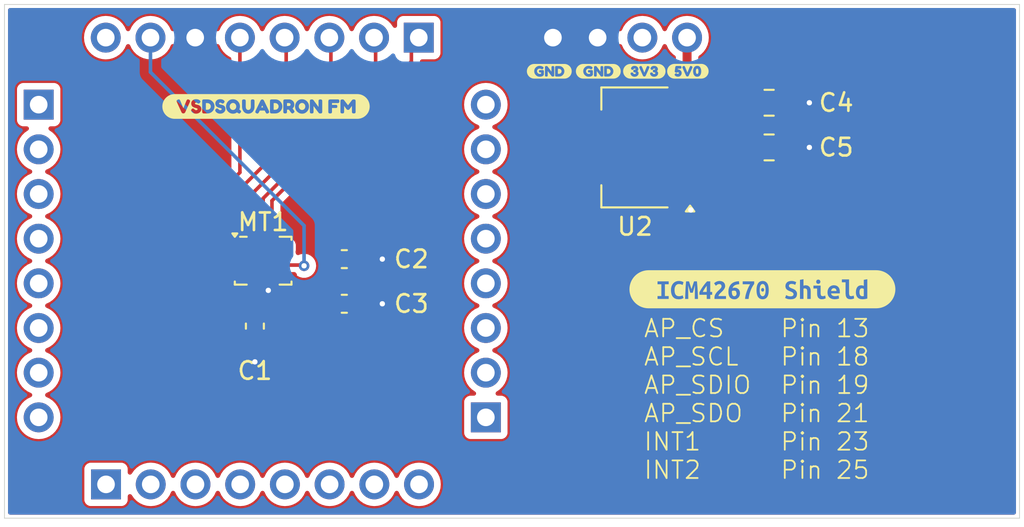
<source format=kicad_pcb>
(kicad_pcb (version 20240108) (generator "pcbnew") (generator_version "8.0")
  (layers (0 "F.Cu" signal) (31 "B.Cu" signal) (34 "B.Paste" user) (35 "F.Paste" user) (36 "B.SilkS" user "B.Silkscreen") (37 "F.SilkS" user "F.Silkscreen") (38 "B.Mask" user) (39 "F.Mask" user) (44 "Edge.Cuts" user))
  (net 0 "")
  (net 1 "+3.3V")
  (net 2 "GND")
  (net 3 "+5V")
  (net 5 "/INT2")
  (net 6 "/AP_SCL")
  (net 9 "/AP_SDO")
  (net 10 "/AP_SDIO")
  (net 12 "/INT1")
  (net 13 "/AP_CS")
  (footprint "kibuzzard-6785218C" (layer "F.Cu") (at 158.369 77.9145)
    (property "Reference" "kibuzzard-6785218C" (hide yes))
    (property "Value" "G***" (hide yes))
  )
  (footprint "Capacitor_SMD:C_0603_1608Metric_Pad1.08x0.95mm_HandSolder" (layer "F.Cu") (at 134.62 76.2)
    (property "Reference" "C2" (at 3.81 0 0) (layer "F.SilkS"))
    (property "Value" "0.1uF")
    (pad "1" smd roundrect (at -0.8625 0) (size 1.075 0.95) (layers "F.Cu" "F.Paste" "F.Mask") (net 1 "+3.3V"))
    (pad "2" smd roundrect (at 0.8625 0) (size 1.075 0.95) (layers "F.Cu" "F.Paste" "F.Mask") (net 2 "GND"))
  )
  (footprint "Capacitor_SMD:C_0805_2012Metric_Pad1.18x1.45mm_HandSolder" (layer "F.Cu") (at 158.75 67.31)
    (property "Reference" "C4" (at 3.81 0 0) (layer "F.SilkS"))
    (property "Value" "10uF")
    (pad "1" smd roundrect (at -1.0375 0) (size 1.175 1.45) (layers "F.Cu" "F.Paste" "F.Mask") (roundrect_rratio 0.212766) (net 3 "+5V"))
    (pad "2" smd roundrect (at 1.0375 0) (size 1.175 1.45) (layers "F.Cu" "F.Paste" "F.Mask") (roundrect_rratio 0.212766) (net 2 "GND"))
  )
  (footprint "Package_LGA:LGA-14_3x2.5mm_P0.5mm_LayoutBorder3x4y" (layer "F.Cu") (at 130.010264 76.289764)
    (property "Reference" "MT1" (at 0 -2.2 0) (layer "F.SilkS"))
    (property "Value" "ICM-42670-P")
    (pad "1" smd roundrect (at -1.1625 -0.75) (size 0.625 0.35) (layers "F.Cu" "F.Paste" "F.Mask") (net 9 "/AP_SDO"))
    (pad "2" smd roundrect (at -1.1625 -0.25) (size 0.625 0.35) (layers "F.Cu" "F.Paste" "F.Mask"))
    (pad "3" smd roundrect (at -1.1625 0.25) (size 0.625 0.35) (layers "F.Cu" "F.Paste" "F.Mask"))
    (pad "4" smd roundrect (at -1.1625 0.75) (size 0.625 0.35) (layers "F.Cu" "F.Paste" "F.Mask") (net 12 "/INT1"))
    (pad "5" smd roundrect (at -0.5 0.9125) (size 0.35 0.625) (layers "F.Cu" "F.Paste" "F.Mask") (net 1 "+3.3V"))
    (pad "6" smd roundrect (at 0 0.9125) (size 0.35 0.625) (layers "F.Cu" "F.Paste" "F.Mask") (net 2 "GND"))
    (pad "7" smd roundrect (at 0.5 0.9125) (size 0.35 0.625) (layers "F.Cu" "F.Paste" "F.Mask") (net 2 "GND"))
    (pad "8" smd roundrect (at 1.1625 0.75) (size 0.625 0.35) (layers "F.Cu" "F.Paste" "F.Mask") (net 1 "+3.3V"))
    (pad "9" smd roundrect (at 1.1625 0.25) (size 0.625 0.35) (layers "F.Cu" "F.Paste" "F.Mask") (net 5 "/INT2"))
    (pad "10" smd roundrect (at 1.1625 -0.25) (size 0.625 0.35) (layers "F.Cu" "F.Paste" "F.Mask"))
    (pad "11" smd roundrect (at 1.1625 -0.75) (size 0.625 0.35) (layers "F.Cu" "F.Paste" "F.Mask"))
    (pad "12" smd roundrect (at 0.5 -0.9125) (size 0.35 0.625) (layers "F.Cu" "F.Paste" "F.Mask") (net 13 "/AP_CS"))
    (pad "13" smd roundrect (at 0 -0.9125) (size 0.35 0.625) (layers "F.Cu" "F.Paste" "F.Mask") (net 6 "/AP_SCL"))
    (pad "14" smd roundrect (at -0.5 -0.9125) (size 0.35 0.625) (layers "F.Cu" "F.Paste" "F.Mask") (net 10 "/AP_SDIO"))
  )
  (footprint "Capacitor_SMD:C_0603_1608Metric_Pad1.08x0.95mm_HandSolder" (layer "F.Cu") (at 134.62 78.74)
    (property "Reference" "C3" (at 3.81 0 0) (layer "F.SilkS"))
    (property "Value" "2.2uF")
    (pad "1" smd roundrect (at -0.8625 0) (size 1.075 0.95) (layers "F.Cu" "F.Paste" "F.Mask") (net 1 "+3.3V"))
    (pad "2" smd roundrect (at 0.8625 0) (size 1.075 0.95) (layers "F.Cu" "F.Paste" "F.Mask") (net 2 "GND"))
  )
  (footprint "Capacitor_SMD:C_0603_1608Metric_Pad1.08x0.95mm_HandSolder" (layer "F.Cu") (at 129.54 80.01 -90)
    (property "Reference" "C1" (at 2.54 0 180) (layer "F.SilkS"))
    (property "Value" "10nF")
    (pad "1" smd roundrect (at -0.8625 0 270) (size 1.075 0.95) (layers "F.Cu" "F.Paste" "F.Mask") (net 1 "+3.3V"))
    (pad "2" smd roundrect (at 0.8625 0 270) (size 1.075 0.95) (layers "F.Cu" "F.Paste" "F.Mask") (net 2 "GND"))
  )
  (footprint "Package_TO_SOT_SMD:SOT-223-3_TabPin2" (layer "F.Cu") (at 151.13 69.85 180)
    (property "Reference" "U2" (at 0 -4.5 0) (layer "F.SilkS"))
    (property "Value" "AMS1117-3.3")
    (pad "1" smd roundrect (at -3.15 -2.3 180) (size 2 1.5) (layers "F.Cu" "F.Paste" "F.Mask") (net 2 "GND"))
    (pad "2" smd roundrect (at -3.15 0 180) (size 2 1.5) (layers "F.Cu" "F.Paste" "F.Mask") (net 1 "+3.3V"))
    (pad "2" smd roundrect (at 3.15 0 180) (size 2 3.8) (layers "F.Cu" "F.Paste" "F.Mask") (net 1 "+3.3V"))
    (pad "3" smd roundrect (at -3.15 2.3 180) (size 2 1.5) (layers "F.Cu" "F.Paste" "F.Mask") (net 3 "+5V"))
  )
  (footprint "VSDsquadron_FM:VSDSquadron_FM" (layer "F.Cu") (at 130.010264 76.289764)
    (property "Reference" "U1" (hide yes))
    (property "Value" "VSDSquadron FM" (hide yes))
    (pad "1" thru_hole rect (at -8.925764 12.718236 90) (size 1.7 1.7) (drill 1) (layers "*.Cu" "*.Mask"))
    (pad "2" thru_hole oval (at -6.385764 12.718236 90) (size 1.7 1.7) (drill 1) (layers "*.Cu" "*.Mask"))
    (pad "3" thru_hole oval (at -3.845764 12.718236 90) (size 1.7 1.7) (drill 1) (layers "*.Cu" "*.Mask"))
    (pad "4" thru_hole oval (at -1.305764 12.718236 90) (size 1.7 1.7) (drill 1) (layers "*.Cu" "*.Mask"))
    (pad "5" thru_hole oval (at 1.234236 12.718236 90) (size 1.7 1.7) (drill 1) (layers "*.Cu" "*.Mask"))
    (pad "6" thru_hole oval (at 3.774236 12.718236 90) (size 1.7 1.7) (drill 1) (layers "*.Cu" "*.Mask"))
    (pad "7" thru_hole oval (at 6.314236 12.718236 90) (size 1.7 1.7) (drill 1) (layers "*.Cu" "*.Mask"))
    (pad "8" thru_hole oval (at 8.854236 12.718236 90) (size 1.7 1.7) (drill 1) (layers "*.Cu" "*.Mask"))
    (pad "9" thru_hole rect (at 12.649236 8.908236 180) (size 1.7 1.7) (drill 1) (layers "*.Cu" "*.Mask"))
    (pad "10" thru_hole oval (at 12.649236 6.368236 180) (size 1.7 1.7) (drill 1) (layers "*.Cu" "*.Mask"))
    (pad "11" thru_hole oval (at 12.649236 3.828236 180) (size 1.7 1.7) (drill 1) (layers "*.Cu" "*.Mask"))
    (pad "12" thru_hole oval (at 12.649236 1.288236 180) (size 1.7 1.7) (drill 1) (layers "*.Cu" "*.Mask"))
    (pad "13" thru_hole oval (at 12.649236 -1.251764 180) (size 1.7 1.7) (drill 1) (layers "*.Cu" "*.Mask"))
    (pad "14" thru_hole oval (at 12.649236 -3.791764 180) (size 1.7 1.7) (drill 1) (layers "*.Cu" "*.Mask"))
    (pad "15" thru_hole oval (at 12.649236 -6.331764 180) (size 1.7 1.7) (drill 1) (layers "*.Cu" "*.Mask"))
    (pad "16" thru_hole oval (at 12.649236 -8.871764 180) (size 1.7 1.7) (drill 1) (layers "*.Cu" "*.Mask"))
    (pad "17" thru_hole rect (at 8.839236 -12.681764 270) (size 1.7 1.7) (drill 1) (layers "*.Cu" "*.Mask") (net 13 "/AP_CS"))
    (pad "18" thru_hole oval (at 6.299236 -12.681764 270) (size 1.7 1.7) (drill 1) (layers "*.Cu" "*.Mask") (net 6 "/AP_SCL"))
    (pad "19" thru_hole oval (at 3.759236 -12.681764 270) (size 1.7 1.7) (drill 1) (layers "*.Cu" "*.Mask") (net 10 "/AP_SDIO"))
    (pad "20" thru_hole oval (at 1.219236 -12.681764 270) (size 1.7 1.7) (drill 1) (layers "*.Cu" "*.Mask") (net 9 "/AP_SDO"))
    (pad "21" thru_hole oval (at -1.320764 -12.681764 270) (size 1.7 1.7) (drill 1) (layers "*.Cu" "*.Mask") (net 12 "/INT1"))
    (pad "22" thru_hole oval (at -3.860764 -12.681764 270) (size 1.7 1.7) (drill 1) (layers "*.Cu" "*.Mask") (net 2 "GND"))
    (pad "23" thru_hole oval (at -6.400764 -12.681764 270) (size 1.7 1.7) (drill 1) (layers "*.Cu" "*.Mask") (net 5 "/INT2"))
    (pad "24" thru_hole oval (at -8.940764 -12.681764 270) (size 1.7 1.7) (drill 1) (layers "*.Cu" "*.Mask"))
    (pad "25" thru_hole rect (at -12.750764 -8.871764) (size 1.7 1.7) (drill 1) (layers "*.Cu" "*.Mask"))
    (pad "26" thru_hole oval (at -12.750764 -6.331764) (size 1.7 1.7) (drill 1) (layers "*.Cu" "*.Mask"))
    (pad "27" thru_hole oval (at -12.750764 -3.791764) (size 1.7 1.7) (drill 1) (layers "*.Cu" "*.Mask"))
    (pad "28" thru_hole oval (at -12.750764 -1.251764) (size 1.7 1.7) (drill 1) (layers "*.Cu" "*.Mask"))
    (pad "29" thru_hole oval (at -12.750764 1.288236) (size 1.7 1.7) (drill 1) (layers "*.Cu" "*.Mask"))
    (pad "30" thru_hole oval (at -12.750764 3.828236) (size 1.7 1.7) (drill 1) (layers "*.Cu" "*.Mask"))
    (pad "31" thru_hole oval (at -12.750764 6.368236) (size 1.7 1.7) (drill 1) (layers "*.Cu" "*.Mask"))
    (pad "32" thru_hole oval (at -12.750764 8.908236) (size 1.7 1.7) (drill 1) (layers "*.Cu" "*.Mask"))
    (pad "33" thru_hole rect (at 16.459236 -12.681764 90) (size 1.7 1.7) (drill 1) (layers "*.Cu" "*.Mask") (net 2 "GND"))
    (pad "34" thru_hole oval (at 18.999236 -12.681764 90) (size 1.7 1.7) (drill 1) (layers "*.Cu" "*.Mask") (net 2 "GND"))
    (pad "35" thru_hole oval (at 21.539236 -12.681764 90) (size 1.7 1.7) (drill 1) (layers "*.Cu" "*.Mask"))
    (pad "36" thru_hole oval (at 24.079236 -12.681764 90) (size 1.7 1.7) (drill 1) (layers "*.Cu" "*.Mask") (net 3 "+5V"))
  )
  (footprint "Capacitor_SMD:C_0805_2012Metric_Pad1.18x1.45mm_HandSolder" (layer "F.Cu") (at 158.75 69.85)
    (property "Reference" "C5" (at 3.81 0 0) (layer "F.SilkS"))
    (property "Value" "22uF")
    (pad "1" smd roundrect (at -1.0375 0) (size 1.175 1.45) (layers "F.Cu" "F.Paste" "F.Mask") (roundrect_rratio 0.212766) (net 1 "+3.3V"))
    (pad "2" smd roundrect (at 1.0375 0) (size 1.175 1.45) (layers "F.Cu" "F.Paste" "F.Mask") (roundrect_rratio 0.212766) (net 2 "GND"))
  )
  (gr_line (start 172.974 90.932) (end 115.316 90.932) (stroke (width 0.05)) (layer "Edge.Cuts"))
  (gr_line (start 172.974 61.722) (end 172.974 90.932) (stroke (width 0.05)) (layer "Edge.Cuts"))
  (gr_line (start 115.316 90.932) (end 115.316 61.722) (stroke (width 0.05)) (layer "Edge.Cuts"))
  (gr_line (start 115.316 61.722) (end 172.974 61.722) (stroke (width 0.05)) (layer "Edge.Cuts"))
  (gr_text "AP_CS	Pin 13\nAP_SCL	Pin 18\nAP_SDIO	Pin 19\nAP_SDO	Pin 21\nINT1	Pin 23\nINT2	Pin 25" (at 151.5745 88.773 0) (layer "F.SilkS") (effects (font (size 1 1) (thickness 0.1)) (justify left bottom)))
  (segment (start 129.510264 77.202264) (end 129.510264 77.694264) (width 0.2032) (layer "F.Cu") (net 1))
  (segment (start 131.776764 77.039764) (end 131.826 77.089) (width 0.2032) (layer "F.Cu") (net 1))
  (segment (start 131.172764 77.039764) (end 131.776764 77.039764) (width 0.2032) (layer "F.Cu") (net 1))
  (segment (start 129.54 77.724) (end 129.510264 77.694264) (width 0.2032) (layer "F.Cu") (net 1))
  (segment (start 135.4825 76.2) (end 136.779 76.2) (width 0.2032) (layer "F.Cu") (net 2))
  (segment (start 130.302 77.978) (end 130.010264 77.686264) (width 0.2032) (layer "F.Cu") (net 2))
  (segment (start 135.4825 78.74) (end 136.779 78.74) (width 0.2032) (layer "F.Cu") (net 2))
  (segment (start 130.302 77.978) (end 130.510264 77.769736) (width 0.2032) (layer "F.Cu") (net 2))
  (segment (start 129.54 80.8725) (end 129.54 82.042) (width 0.2032) (layer "F.Cu") (net 2))
  (segment (start 130.510264 77.769736) (end 130.510264 77.202264) (width 0.2032) (layer "F.Cu") (net 2))
  (segment (start 154.28 73.381) (end 154.305 73.406) (width 0.4064) (layer "F.Cu") (net 2))
  (segment (start 154.28 72.15) (end 154.28 73.381) (width 0.4064) (layer "F.Cu") (net 2))
  (segment (start 159.7875 69.85) (end 161.036 69.85) (width 0.4064) (layer "F.Cu") (net 2))
  (segment (start 130.010264 77.686264) (end 130.010264 77.202264) (width 0.2032) (layer "F.Cu") (net 2))
  (segment (start 159.7875 67.31) (end 161.036 67.31) (width 0.4064) (layer "F.Cu") (net 2))
  (via (at 161.036 67.31) (size 0.6) (drill 0.3) (layers "F.Cu" "B.Cu") (net 2))
  (via (at 154.305 73.406) (size 0.6) (drill 0.3) (layers "F.Cu" "B.Cu") (net 2))
  (via (at 161.036 69.85) (size 0.6) (drill 0.3) (layers "F.Cu" "B.Cu") (net 2))
  (via (at 136.779 76.2) (size 0.6) (drill 0.3) (layers "F.Cu" "B.Cu") (net 2))
  (via (at 130.302 77.978) (size 0.6) (drill 0.3) (layers "F.Cu" "B.Cu") (net 2))
  (via (at 136.779 78.74) (size 0.6) (drill 0.3) (layers "F.Cu" "B.Cu") (net 2))
  (via (at 129.54 82.042) (size 0.6) (drill 0.3) (layers "F.Cu" "B.Cu") (net 2))
  (segment (start 157.7125 67.31) (end 154.52 67.31) (width 0.508) (layer "F.Cu") (net 3))
  (segment (start 154.0895 67.3595) (end 154.28 67.55) (width 0.508) (layer "F.Cu") (net 3))
  (segment (start 154.0895 63.608) (end 154.0895 67.3595) (width 0.508) (layer "F.Cu") (net 3))
  (segment (start 154.52 67.31) (end 154.28 67.55) (width 0.508) (layer "F.Cu") (net 3))
  (segment (start 132.292764 76.539764) (end 132.334 76.581) (width 0.2032) (layer "F.Cu") (net 5))
  (segment (start 131.172764 76.539764) (end 132.292764 76.539764) (width 0.2032) (layer "F.Cu") (net 5))
  (via (at 132.334 76.581) (size 0.6) (drill 0.3) (layers "F.Cu" "B.Cu") (net 5))
  (segment (start 132.334 74.295) (end 123.6095 65.5705) (width 0.2032) (layer "B.Cu") (net 5))
  (segment (start 132.334 76.581) (end 132.334 74.295) (width 0.2032) (layer "B.Cu") (net 5))
  (segment (start 123.6095 65.5705) (end 123.6095 63.608) (width 0.2032) (layer "B.Cu") (net 5))
  (segment (start 136.398 63.6965) (end 136.3095 63.608) (width 0.2032) (layer "F.Cu") (net 6))
  (segment (start 136.398 66.3575) (end 136.398 63.6965) (width 0.2032) (layer "F.Cu") (net 6))
  (segment (start 130.010264 72.745236) (end 136.398 66.3575) (width 0.2032) (layer "F.Cu") (net 6))
  (segment (start 130.010264 75.377264) (end 130.010264 72.745236) (width 0.2032) (layer "F.Cu") (net 6))
  (segment (start 131.318 69.596) (end 131.318 63.6965) (width 0.2032) (layer "F.Cu") (net 9))
  (segment (start 128.847764 72.066236) (end 131.318 69.596) (width 0.2032) (layer "F.Cu") (net 9))
  (segment (start 131.318 63.6965) (end 131.2295 63.608) (width 0.2032) (layer "F.Cu") (net 9))
  (segment (start 128.847764 75.539764) (end 128.847764 72.066236) (width 0.2032) (layer "F.Cu") (net 9))
  (segment (start 133.858 68.0085) (end 133.858 63.6965) (width 0.2032) (layer "F.Cu") (net 10))
  (segment (start 129.510264 75.377264) (end 129.510264 72.356236) (width 0.2032) (layer "F.Cu") (net 10))
  (segment (start 129.510264 72.356236) (end 133.858 68.0085) (width 0.2032) (layer "F.Cu") (net 10))
  (segment (start 133.858 63.6965) (end 133.7695 63.608) (width 0.2032) (layer "F.Cu") (net 10))
  (segment (start 128.847764 77.039764) (end 127.839764 77.039764) (width 0.2032) (layer "F.Cu") (net 12))
  (segment (start 127.839764 77.039764) (end 127.508 76.708) (width 0.2032) (layer "F.Cu") (net 12))
  (segment (start 128.6895 71.272) (end 128.6895 63.608) (width 0.2032) (layer "F.Cu") (net 12))
  (segment (start 127.508 72.4535) (end 128.6895 71.272) (width 0.2032) (layer "F.Cu") (net 12))
  (segment (start 127.508 76.708) (end 127.508 72.4535) (width 0.2032) (layer "F.Cu") (net 12))
  (segment (start 130.510264 75.377264) (end 130.510264 72.880236) (width 0.2032) (layer "F.Cu") (net 13))
  (segment (start 130.510264 72.880236) (end 138.43 64.9605) (width 0.2032) (layer "F.Cu") (net 13))
  (segment (start 138.43 64.0275) (end 138.8495 63.608) (width 0.2032) (layer "F.Cu") (net 13))
  (segment (start 138.43 64.9605) (end 138.43 64.0275) (width 0.2032) (layer "F.Cu") (net 13))
  (zone (net 1) (net_name "+3.3V") (layer "F.Cu") (priority 1) (connect_pads yes (clearance 0.381)) (min_thickness 0.254) (fill yes (thermal_gap 0.5) (thermal_bridge_width 0.5))
    (polygon (pts (xy 115.062 61.468) (xy 115.062 91.44) (xy 173.228 91.44) (xy 173.101 61.595)))
  )
  (zone (net 2) (net_name "GND") (layer "B.Cu") (connect_pads yes (clearance 0.508)) (min_thickness 0.254) (fill yes (thermal_gap 0.5) (thermal_bridge_width 0.5))
    (polygon (pts (xy 115.062 61.468) (xy 115.062 91.44) (xy 173.228 91.44) (xy 173.228 61.468)))
  )
)
</source>
